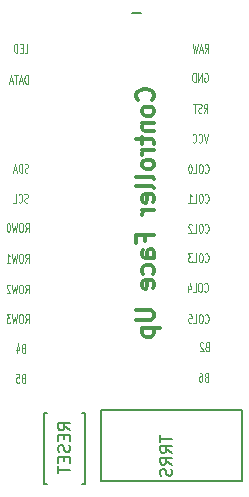
<source format=gbo>
G04 #@! TF.GenerationSoftware,KiCad,Pcbnew,9.0.1*
G04 #@! TF.CreationDate,2025-05-14T21:28:53+02:00*
G04 #@! TF.ProjectId,ferris-sweep-compact,66657272-6973-42d7-9377-6565702d636f,0.1*
G04 #@! TF.SameCoordinates,Original*
G04 #@! TF.FileFunction,Legend,Bot*
G04 #@! TF.FilePolarity,Positive*
%FSLAX46Y46*%
G04 Gerber Fmt 4.6, Leading zero omitted, Abs format (unit mm)*
G04 Created by KiCad (PCBNEW 9.0.1) date 2025-05-14 21:28:53*
%MOMM*%
%LPD*%
G01*
G04 APERTURE LIST*
%ADD10C,0.300000*%
%ADD11C,0.125000*%
%ADD12C,0.150000*%
G04 APERTURE END LIST*
D10*
X134393471Y-48086572D02*
X134464900Y-48015144D01*
X134464900Y-48015144D02*
X134536328Y-47800858D01*
X134536328Y-47800858D02*
X134536328Y-47658001D01*
X134536328Y-47658001D02*
X134464900Y-47443715D01*
X134464900Y-47443715D02*
X134322042Y-47300858D01*
X134322042Y-47300858D02*
X134179185Y-47229429D01*
X134179185Y-47229429D02*
X133893471Y-47158001D01*
X133893471Y-47158001D02*
X133679185Y-47158001D01*
X133679185Y-47158001D02*
X133393471Y-47229429D01*
X133393471Y-47229429D02*
X133250614Y-47300858D01*
X133250614Y-47300858D02*
X133107757Y-47443715D01*
X133107757Y-47443715D02*
X133036328Y-47658001D01*
X133036328Y-47658001D02*
X133036328Y-47800858D01*
X133036328Y-47800858D02*
X133107757Y-48015144D01*
X133107757Y-48015144D02*
X133179185Y-48086572D01*
X134536328Y-48943715D02*
X134464900Y-48800858D01*
X134464900Y-48800858D02*
X134393471Y-48729429D01*
X134393471Y-48729429D02*
X134250614Y-48658001D01*
X134250614Y-48658001D02*
X133822042Y-48658001D01*
X133822042Y-48658001D02*
X133679185Y-48729429D01*
X133679185Y-48729429D02*
X133607757Y-48800858D01*
X133607757Y-48800858D02*
X133536328Y-48943715D01*
X133536328Y-48943715D02*
X133536328Y-49158001D01*
X133536328Y-49158001D02*
X133607757Y-49300858D01*
X133607757Y-49300858D02*
X133679185Y-49372287D01*
X133679185Y-49372287D02*
X133822042Y-49443715D01*
X133822042Y-49443715D02*
X134250614Y-49443715D01*
X134250614Y-49443715D02*
X134393471Y-49372287D01*
X134393471Y-49372287D02*
X134464900Y-49300858D01*
X134464900Y-49300858D02*
X134536328Y-49158001D01*
X134536328Y-49158001D02*
X134536328Y-48943715D01*
X133536328Y-50086572D02*
X134536328Y-50086572D01*
X133679185Y-50086572D02*
X133607757Y-50158001D01*
X133607757Y-50158001D02*
X133536328Y-50300858D01*
X133536328Y-50300858D02*
X133536328Y-50515144D01*
X133536328Y-50515144D02*
X133607757Y-50658001D01*
X133607757Y-50658001D02*
X133750614Y-50729430D01*
X133750614Y-50729430D02*
X134536328Y-50729430D01*
X133536328Y-51229430D02*
X133536328Y-51800858D01*
X133036328Y-51443715D02*
X134322042Y-51443715D01*
X134322042Y-51443715D02*
X134464900Y-51515144D01*
X134464900Y-51515144D02*
X134536328Y-51658001D01*
X134536328Y-51658001D02*
X134536328Y-51800858D01*
X134536328Y-52300858D02*
X133536328Y-52300858D01*
X133822042Y-52300858D02*
X133679185Y-52372287D01*
X133679185Y-52372287D02*
X133607757Y-52443716D01*
X133607757Y-52443716D02*
X133536328Y-52586573D01*
X133536328Y-52586573D02*
X133536328Y-52729430D01*
X134536328Y-53443715D02*
X134464900Y-53300858D01*
X134464900Y-53300858D02*
X134393471Y-53229429D01*
X134393471Y-53229429D02*
X134250614Y-53158001D01*
X134250614Y-53158001D02*
X133822042Y-53158001D01*
X133822042Y-53158001D02*
X133679185Y-53229429D01*
X133679185Y-53229429D02*
X133607757Y-53300858D01*
X133607757Y-53300858D02*
X133536328Y-53443715D01*
X133536328Y-53443715D02*
X133536328Y-53658001D01*
X133536328Y-53658001D02*
X133607757Y-53800858D01*
X133607757Y-53800858D02*
X133679185Y-53872287D01*
X133679185Y-53872287D02*
X133822042Y-53943715D01*
X133822042Y-53943715D02*
X134250614Y-53943715D01*
X134250614Y-53943715D02*
X134393471Y-53872287D01*
X134393471Y-53872287D02*
X134464900Y-53800858D01*
X134464900Y-53800858D02*
X134536328Y-53658001D01*
X134536328Y-53658001D02*
X134536328Y-53443715D01*
X134536328Y-54800858D02*
X134464900Y-54658001D01*
X134464900Y-54658001D02*
X134322042Y-54586572D01*
X134322042Y-54586572D02*
X133036328Y-54586572D01*
X134536328Y-55586572D02*
X134464900Y-55443715D01*
X134464900Y-55443715D02*
X134322042Y-55372286D01*
X134322042Y-55372286D02*
X133036328Y-55372286D01*
X134464900Y-56729429D02*
X134536328Y-56586572D01*
X134536328Y-56586572D02*
X134536328Y-56300858D01*
X134536328Y-56300858D02*
X134464900Y-56158000D01*
X134464900Y-56158000D02*
X134322042Y-56086572D01*
X134322042Y-56086572D02*
X133750614Y-56086572D01*
X133750614Y-56086572D02*
X133607757Y-56158000D01*
X133607757Y-56158000D02*
X133536328Y-56300858D01*
X133536328Y-56300858D02*
X133536328Y-56586572D01*
X133536328Y-56586572D02*
X133607757Y-56729429D01*
X133607757Y-56729429D02*
X133750614Y-56800858D01*
X133750614Y-56800858D02*
X133893471Y-56800858D01*
X133893471Y-56800858D02*
X134036328Y-56086572D01*
X134536328Y-57443714D02*
X133536328Y-57443714D01*
X133822042Y-57443714D02*
X133679185Y-57515143D01*
X133679185Y-57515143D02*
X133607757Y-57586572D01*
X133607757Y-57586572D02*
X133536328Y-57729429D01*
X133536328Y-57729429D02*
X133536328Y-57872286D01*
X133750614Y-60015142D02*
X133750614Y-59515142D01*
X134536328Y-59515142D02*
X133036328Y-59515142D01*
X133036328Y-59515142D02*
X133036328Y-60229428D01*
X134536328Y-61443714D02*
X133750614Y-61443714D01*
X133750614Y-61443714D02*
X133607757Y-61372285D01*
X133607757Y-61372285D02*
X133536328Y-61229428D01*
X133536328Y-61229428D02*
X133536328Y-60943714D01*
X133536328Y-60943714D02*
X133607757Y-60800856D01*
X134464900Y-61443714D02*
X134536328Y-61300856D01*
X134536328Y-61300856D02*
X134536328Y-60943714D01*
X134536328Y-60943714D02*
X134464900Y-60800856D01*
X134464900Y-60800856D02*
X134322042Y-60729428D01*
X134322042Y-60729428D02*
X134179185Y-60729428D01*
X134179185Y-60729428D02*
X134036328Y-60800856D01*
X134036328Y-60800856D02*
X133964900Y-60943714D01*
X133964900Y-60943714D02*
X133964900Y-61300856D01*
X133964900Y-61300856D02*
X133893471Y-61443714D01*
X134464900Y-62800857D02*
X134536328Y-62657999D01*
X134536328Y-62657999D02*
X134536328Y-62372285D01*
X134536328Y-62372285D02*
X134464900Y-62229428D01*
X134464900Y-62229428D02*
X134393471Y-62157999D01*
X134393471Y-62157999D02*
X134250614Y-62086571D01*
X134250614Y-62086571D02*
X133822042Y-62086571D01*
X133822042Y-62086571D02*
X133679185Y-62157999D01*
X133679185Y-62157999D02*
X133607757Y-62229428D01*
X133607757Y-62229428D02*
X133536328Y-62372285D01*
X133536328Y-62372285D02*
X133536328Y-62657999D01*
X133536328Y-62657999D02*
X133607757Y-62800857D01*
X134464900Y-64015142D02*
X134536328Y-63872285D01*
X134536328Y-63872285D02*
X134536328Y-63586571D01*
X134536328Y-63586571D02*
X134464900Y-63443713D01*
X134464900Y-63443713D02*
X134322042Y-63372285D01*
X134322042Y-63372285D02*
X133750614Y-63372285D01*
X133750614Y-63372285D02*
X133607757Y-63443713D01*
X133607757Y-63443713D02*
X133536328Y-63586571D01*
X133536328Y-63586571D02*
X133536328Y-63872285D01*
X133536328Y-63872285D02*
X133607757Y-64015142D01*
X133607757Y-64015142D02*
X133750614Y-64086571D01*
X133750614Y-64086571D02*
X133893471Y-64086571D01*
X133893471Y-64086571D02*
X134036328Y-63372285D01*
X133036328Y-65872284D02*
X134250614Y-65872284D01*
X134250614Y-65872284D02*
X134393471Y-65943713D01*
X134393471Y-65943713D02*
X134464900Y-66015142D01*
X134464900Y-66015142D02*
X134536328Y-66157999D01*
X134536328Y-66157999D02*
X134536328Y-66443713D01*
X134536328Y-66443713D02*
X134464900Y-66586570D01*
X134464900Y-66586570D02*
X134393471Y-66657999D01*
X134393471Y-66657999D02*
X134250614Y-66729427D01*
X134250614Y-66729427D02*
X133036328Y-66729427D01*
X133536328Y-67443713D02*
X135036328Y-67443713D01*
X133607757Y-67443713D02*
X133536328Y-67586571D01*
X133536328Y-67586571D02*
X133536328Y-67872285D01*
X133536328Y-67872285D02*
X133607757Y-68015142D01*
X133607757Y-68015142D02*
X133679185Y-68086571D01*
X133679185Y-68086571D02*
X133822042Y-68157999D01*
X133822042Y-68157999D02*
X134250614Y-68157999D01*
X134250614Y-68157999D02*
X134393471Y-68086571D01*
X134393471Y-68086571D02*
X134464900Y-68015142D01*
X134464900Y-68015142D02*
X134536328Y-67872285D01*
X134536328Y-67872285D02*
X134536328Y-67586571D01*
X134536328Y-67586571D02*
X134464900Y-67443713D01*
D11*
X139094165Y-50965964D02*
X138927499Y-51715964D01*
X138927499Y-51715964D02*
X138760832Y-50965964D01*
X138308452Y-51644535D02*
X138332261Y-51680250D01*
X138332261Y-51680250D02*
X138403690Y-51715964D01*
X138403690Y-51715964D02*
X138451309Y-51715964D01*
X138451309Y-51715964D02*
X138522737Y-51680250D01*
X138522737Y-51680250D02*
X138570356Y-51608821D01*
X138570356Y-51608821D02*
X138594166Y-51537392D01*
X138594166Y-51537392D02*
X138617975Y-51394535D01*
X138617975Y-51394535D02*
X138617975Y-51287392D01*
X138617975Y-51287392D02*
X138594166Y-51144535D01*
X138594166Y-51144535D02*
X138570356Y-51073107D01*
X138570356Y-51073107D02*
X138522737Y-51001678D01*
X138522737Y-51001678D02*
X138451309Y-50965964D01*
X138451309Y-50965964D02*
X138403690Y-50965964D01*
X138403690Y-50965964D02*
X138332261Y-51001678D01*
X138332261Y-51001678D02*
X138308452Y-51037392D01*
X137808452Y-51644535D02*
X137832261Y-51680250D01*
X137832261Y-51680250D02*
X137903690Y-51715964D01*
X137903690Y-51715964D02*
X137951309Y-51715964D01*
X137951309Y-51715964D02*
X138022737Y-51680250D01*
X138022737Y-51680250D02*
X138070356Y-51608821D01*
X138070356Y-51608821D02*
X138094166Y-51537392D01*
X138094166Y-51537392D02*
X138117975Y-51394535D01*
X138117975Y-51394535D02*
X138117975Y-51287392D01*
X138117975Y-51287392D02*
X138094166Y-51144535D01*
X138094166Y-51144535D02*
X138070356Y-51073107D01*
X138070356Y-51073107D02*
X138022737Y-51001678D01*
X138022737Y-51001678D02*
X137951309Y-50965964D01*
X137951309Y-50965964D02*
X137903690Y-50965964D01*
X137903690Y-50965964D02*
X137832261Y-51001678D01*
X137832261Y-51001678D02*
X137808452Y-51037392D01*
X138764809Y-49175964D02*
X138931475Y-48818821D01*
X139050523Y-49175964D02*
X139050523Y-48425964D01*
X139050523Y-48425964D02*
X138860047Y-48425964D01*
X138860047Y-48425964D02*
X138812428Y-48461678D01*
X138812428Y-48461678D02*
X138788618Y-48497392D01*
X138788618Y-48497392D02*
X138764809Y-48568821D01*
X138764809Y-48568821D02*
X138764809Y-48675964D01*
X138764809Y-48675964D02*
X138788618Y-48747392D01*
X138788618Y-48747392D02*
X138812428Y-48783107D01*
X138812428Y-48783107D02*
X138860047Y-48818821D01*
X138860047Y-48818821D02*
X139050523Y-48818821D01*
X138574332Y-49140250D02*
X138502904Y-49175964D01*
X138502904Y-49175964D02*
X138383856Y-49175964D01*
X138383856Y-49175964D02*
X138336237Y-49140250D01*
X138336237Y-49140250D02*
X138312428Y-49104535D01*
X138312428Y-49104535D02*
X138288618Y-49033107D01*
X138288618Y-49033107D02*
X138288618Y-48961678D01*
X138288618Y-48961678D02*
X138312428Y-48890250D01*
X138312428Y-48890250D02*
X138336237Y-48854535D01*
X138336237Y-48854535D02*
X138383856Y-48818821D01*
X138383856Y-48818821D02*
X138479094Y-48783107D01*
X138479094Y-48783107D02*
X138526713Y-48747392D01*
X138526713Y-48747392D02*
X138550523Y-48711678D01*
X138550523Y-48711678D02*
X138574332Y-48640250D01*
X138574332Y-48640250D02*
X138574332Y-48568821D01*
X138574332Y-48568821D02*
X138550523Y-48497392D01*
X138550523Y-48497392D02*
X138526713Y-48461678D01*
X138526713Y-48461678D02*
X138479094Y-48425964D01*
X138479094Y-48425964D02*
X138360047Y-48425964D01*
X138360047Y-48425964D02*
X138288618Y-48461678D01*
X138145761Y-48425964D02*
X137860047Y-48425964D01*
X138002904Y-49175964D02*
X138002904Y-48425964D01*
X138808452Y-45858178D02*
X138856071Y-45822464D01*
X138856071Y-45822464D02*
X138927500Y-45822464D01*
X138927500Y-45822464D02*
X138998928Y-45858178D01*
X138998928Y-45858178D02*
X139046547Y-45929607D01*
X139046547Y-45929607D02*
X139070357Y-46001035D01*
X139070357Y-46001035D02*
X139094166Y-46143892D01*
X139094166Y-46143892D02*
X139094166Y-46251035D01*
X139094166Y-46251035D02*
X139070357Y-46393892D01*
X139070357Y-46393892D02*
X139046547Y-46465321D01*
X139046547Y-46465321D02*
X138998928Y-46536750D01*
X138998928Y-46536750D02*
X138927500Y-46572464D01*
X138927500Y-46572464D02*
X138879881Y-46572464D01*
X138879881Y-46572464D02*
X138808452Y-46536750D01*
X138808452Y-46536750D02*
X138784643Y-46501035D01*
X138784643Y-46501035D02*
X138784643Y-46251035D01*
X138784643Y-46251035D02*
X138879881Y-46251035D01*
X138570357Y-46572464D02*
X138570357Y-45822464D01*
X138570357Y-45822464D02*
X138284643Y-46572464D01*
X138284643Y-46572464D02*
X138284643Y-45822464D01*
X138046547Y-46572464D02*
X138046547Y-45822464D01*
X138046547Y-45822464D02*
X137927499Y-45822464D01*
X137927499Y-45822464D02*
X137856071Y-45858178D01*
X137856071Y-45858178D02*
X137808452Y-45929607D01*
X137808452Y-45929607D02*
X137784642Y-46001035D01*
X137784642Y-46001035D02*
X137760833Y-46143892D01*
X137760833Y-46143892D02*
X137760833Y-46251035D01*
X137760833Y-46251035D02*
X137784642Y-46393892D01*
X137784642Y-46393892D02*
X137808452Y-46465321D01*
X137808452Y-46465321D02*
X137856071Y-46536750D01*
X137856071Y-46536750D02*
X137927499Y-46572464D01*
X137927499Y-46572464D02*
X138046547Y-46572464D01*
X138836238Y-44095964D02*
X139002904Y-43738821D01*
X139121952Y-44095964D02*
X139121952Y-43345964D01*
X139121952Y-43345964D02*
X138931476Y-43345964D01*
X138931476Y-43345964D02*
X138883857Y-43381678D01*
X138883857Y-43381678D02*
X138860047Y-43417392D01*
X138860047Y-43417392D02*
X138836238Y-43488821D01*
X138836238Y-43488821D02*
X138836238Y-43595964D01*
X138836238Y-43595964D02*
X138860047Y-43667392D01*
X138860047Y-43667392D02*
X138883857Y-43703107D01*
X138883857Y-43703107D02*
X138931476Y-43738821D01*
X138931476Y-43738821D02*
X139121952Y-43738821D01*
X138645761Y-43881678D02*
X138407666Y-43881678D01*
X138693380Y-44095964D02*
X138526714Y-43345964D01*
X138526714Y-43345964D02*
X138360047Y-44095964D01*
X138241000Y-43345964D02*
X138121952Y-44095964D01*
X138121952Y-44095964D02*
X138026714Y-43560250D01*
X138026714Y-43560250D02*
X137931476Y-44095964D01*
X137931476Y-44095964D02*
X137812429Y-43345964D01*
D12*
X133432785Y-40717866D02*
X132670880Y-40717866D01*
D11*
X123572428Y-44095964D02*
X123810523Y-44095964D01*
X123810523Y-44095964D02*
X123810523Y-43345964D01*
X123405761Y-43703107D02*
X123239094Y-43703107D01*
X123167666Y-44095964D02*
X123405761Y-44095964D01*
X123405761Y-44095964D02*
X123405761Y-43345964D01*
X123405761Y-43345964D02*
X123167666Y-43345964D01*
X122953380Y-44095964D02*
X122953380Y-43345964D01*
X122953380Y-43345964D02*
X122834332Y-43345964D01*
X122834332Y-43345964D02*
X122762904Y-43381678D01*
X122762904Y-43381678D02*
X122715285Y-43453107D01*
X122715285Y-43453107D02*
X122691475Y-43524535D01*
X122691475Y-43524535D02*
X122667666Y-43667392D01*
X122667666Y-43667392D02*
X122667666Y-43774535D01*
X122667666Y-43774535D02*
X122691475Y-43917392D01*
X122691475Y-43917392D02*
X122715285Y-43988821D01*
X122715285Y-43988821D02*
X122762904Y-44060250D01*
X122762904Y-44060250D02*
X122834332Y-44095964D01*
X122834332Y-44095964D02*
X122953380Y-44095964D01*
X123849999Y-46740464D02*
X123849999Y-45990464D01*
X123849999Y-45990464D02*
X123730951Y-45990464D01*
X123730951Y-45990464D02*
X123659523Y-46026178D01*
X123659523Y-46026178D02*
X123611904Y-46097607D01*
X123611904Y-46097607D02*
X123588094Y-46169035D01*
X123588094Y-46169035D02*
X123564285Y-46311892D01*
X123564285Y-46311892D02*
X123564285Y-46419035D01*
X123564285Y-46419035D02*
X123588094Y-46561892D01*
X123588094Y-46561892D02*
X123611904Y-46633321D01*
X123611904Y-46633321D02*
X123659523Y-46704750D01*
X123659523Y-46704750D02*
X123730951Y-46740464D01*
X123730951Y-46740464D02*
X123849999Y-46740464D01*
X123373808Y-46526178D02*
X123135713Y-46526178D01*
X123421427Y-46740464D02*
X123254761Y-45990464D01*
X123254761Y-45990464D02*
X123088094Y-46740464D01*
X122992856Y-45990464D02*
X122707142Y-45990464D01*
X122849999Y-46740464D02*
X122849999Y-45990464D01*
X122564285Y-46526178D02*
X122326190Y-46526178D01*
X122611904Y-46740464D02*
X122445238Y-45990464D01*
X122445238Y-45990464D02*
X122278571Y-46740464D01*
X138847619Y-61769035D02*
X138871428Y-61804750D01*
X138871428Y-61804750D02*
X138942857Y-61840464D01*
X138942857Y-61840464D02*
X138990476Y-61840464D01*
X138990476Y-61840464D02*
X139061904Y-61804750D01*
X139061904Y-61804750D02*
X139109523Y-61733321D01*
X139109523Y-61733321D02*
X139133333Y-61661892D01*
X139133333Y-61661892D02*
X139157142Y-61519035D01*
X139157142Y-61519035D02*
X139157142Y-61411892D01*
X139157142Y-61411892D02*
X139133333Y-61269035D01*
X139133333Y-61269035D02*
X139109523Y-61197607D01*
X139109523Y-61197607D02*
X139061904Y-61126178D01*
X139061904Y-61126178D02*
X138990476Y-61090464D01*
X138990476Y-61090464D02*
X138942857Y-61090464D01*
X138942857Y-61090464D02*
X138871428Y-61126178D01*
X138871428Y-61126178D02*
X138847619Y-61161892D01*
X138538095Y-61090464D02*
X138442857Y-61090464D01*
X138442857Y-61090464D02*
X138395238Y-61126178D01*
X138395238Y-61126178D02*
X138347619Y-61197607D01*
X138347619Y-61197607D02*
X138323809Y-61340464D01*
X138323809Y-61340464D02*
X138323809Y-61590464D01*
X138323809Y-61590464D02*
X138347619Y-61733321D01*
X138347619Y-61733321D02*
X138395238Y-61804750D01*
X138395238Y-61804750D02*
X138442857Y-61840464D01*
X138442857Y-61840464D02*
X138538095Y-61840464D01*
X138538095Y-61840464D02*
X138585714Y-61804750D01*
X138585714Y-61804750D02*
X138633333Y-61733321D01*
X138633333Y-61733321D02*
X138657142Y-61590464D01*
X138657142Y-61590464D02*
X138657142Y-61340464D01*
X138657142Y-61340464D02*
X138633333Y-61197607D01*
X138633333Y-61197607D02*
X138585714Y-61126178D01*
X138585714Y-61126178D02*
X138538095Y-61090464D01*
X137871428Y-61840464D02*
X138109523Y-61840464D01*
X138109523Y-61840464D02*
X138109523Y-61090464D01*
X137752380Y-61090464D02*
X137442856Y-61090464D01*
X137442856Y-61090464D02*
X137609523Y-61376178D01*
X137609523Y-61376178D02*
X137538094Y-61376178D01*
X137538094Y-61376178D02*
X137490475Y-61411892D01*
X137490475Y-61411892D02*
X137466666Y-61447607D01*
X137466666Y-61447607D02*
X137442856Y-61519035D01*
X137442856Y-61519035D02*
X137442856Y-61697607D01*
X137442856Y-61697607D02*
X137466666Y-61769035D01*
X137466666Y-61769035D02*
X137490475Y-61804750D01*
X137490475Y-61804750D02*
X137538094Y-61840464D01*
X137538094Y-61840464D02*
X137680951Y-61840464D01*
X137680951Y-61840464D02*
X137728570Y-61804750D01*
X137728570Y-61804750D02*
X137752380Y-61769035D01*
X123630952Y-59272464D02*
X123797618Y-58915321D01*
X123916666Y-59272464D02*
X123916666Y-58522464D01*
X123916666Y-58522464D02*
X123726190Y-58522464D01*
X123726190Y-58522464D02*
X123678571Y-58558178D01*
X123678571Y-58558178D02*
X123654761Y-58593892D01*
X123654761Y-58593892D02*
X123630952Y-58665321D01*
X123630952Y-58665321D02*
X123630952Y-58772464D01*
X123630952Y-58772464D02*
X123654761Y-58843892D01*
X123654761Y-58843892D02*
X123678571Y-58879607D01*
X123678571Y-58879607D02*
X123726190Y-58915321D01*
X123726190Y-58915321D02*
X123916666Y-58915321D01*
X123321428Y-58522464D02*
X123226190Y-58522464D01*
X123226190Y-58522464D02*
X123178571Y-58558178D01*
X123178571Y-58558178D02*
X123130952Y-58629607D01*
X123130952Y-58629607D02*
X123107142Y-58772464D01*
X123107142Y-58772464D02*
X123107142Y-59022464D01*
X123107142Y-59022464D02*
X123130952Y-59165321D01*
X123130952Y-59165321D02*
X123178571Y-59236750D01*
X123178571Y-59236750D02*
X123226190Y-59272464D01*
X123226190Y-59272464D02*
X123321428Y-59272464D01*
X123321428Y-59272464D02*
X123369047Y-59236750D01*
X123369047Y-59236750D02*
X123416666Y-59165321D01*
X123416666Y-59165321D02*
X123440475Y-59022464D01*
X123440475Y-59022464D02*
X123440475Y-58772464D01*
X123440475Y-58772464D02*
X123416666Y-58629607D01*
X123416666Y-58629607D02*
X123369047Y-58558178D01*
X123369047Y-58558178D02*
X123321428Y-58522464D01*
X122940475Y-58522464D02*
X122821427Y-59272464D01*
X122821427Y-59272464D02*
X122726189Y-58736750D01*
X122726189Y-58736750D02*
X122630951Y-59272464D01*
X122630951Y-59272464D02*
X122511904Y-58522464D01*
X122226189Y-58522464D02*
X122178570Y-58522464D01*
X122178570Y-58522464D02*
X122130951Y-58558178D01*
X122130951Y-58558178D02*
X122107141Y-58593892D01*
X122107141Y-58593892D02*
X122083332Y-58665321D01*
X122083332Y-58665321D02*
X122059522Y-58808178D01*
X122059522Y-58808178D02*
X122059522Y-58986750D01*
X122059522Y-58986750D02*
X122083332Y-59129607D01*
X122083332Y-59129607D02*
X122107141Y-59201035D01*
X122107141Y-59201035D02*
X122130951Y-59236750D01*
X122130951Y-59236750D02*
X122178570Y-59272464D01*
X122178570Y-59272464D02*
X122226189Y-59272464D01*
X122226189Y-59272464D02*
X122273808Y-59236750D01*
X122273808Y-59236750D02*
X122297617Y-59201035D01*
X122297617Y-59201035D02*
X122321427Y-59129607D01*
X122321427Y-59129607D02*
X122345236Y-58986750D01*
X122345236Y-58986750D02*
X122345236Y-58808178D01*
X122345236Y-58808178D02*
X122321427Y-58665321D01*
X122321427Y-58665321D02*
X122297617Y-58593892D01*
X122297617Y-58593892D02*
X122273808Y-58558178D01*
X122273808Y-58558178D02*
X122226189Y-58522464D01*
X138847619Y-59269035D02*
X138871428Y-59304750D01*
X138871428Y-59304750D02*
X138942857Y-59340464D01*
X138942857Y-59340464D02*
X138990476Y-59340464D01*
X138990476Y-59340464D02*
X139061904Y-59304750D01*
X139061904Y-59304750D02*
X139109523Y-59233321D01*
X139109523Y-59233321D02*
X139133333Y-59161892D01*
X139133333Y-59161892D02*
X139157142Y-59019035D01*
X139157142Y-59019035D02*
X139157142Y-58911892D01*
X139157142Y-58911892D02*
X139133333Y-58769035D01*
X139133333Y-58769035D02*
X139109523Y-58697607D01*
X139109523Y-58697607D02*
X139061904Y-58626178D01*
X139061904Y-58626178D02*
X138990476Y-58590464D01*
X138990476Y-58590464D02*
X138942857Y-58590464D01*
X138942857Y-58590464D02*
X138871428Y-58626178D01*
X138871428Y-58626178D02*
X138847619Y-58661892D01*
X138538095Y-58590464D02*
X138442857Y-58590464D01*
X138442857Y-58590464D02*
X138395238Y-58626178D01*
X138395238Y-58626178D02*
X138347619Y-58697607D01*
X138347619Y-58697607D02*
X138323809Y-58840464D01*
X138323809Y-58840464D02*
X138323809Y-59090464D01*
X138323809Y-59090464D02*
X138347619Y-59233321D01*
X138347619Y-59233321D02*
X138395238Y-59304750D01*
X138395238Y-59304750D02*
X138442857Y-59340464D01*
X138442857Y-59340464D02*
X138538095Y-59340464D01*
X138538095Y-59340464D02*
X138585714Y-59304750D01*
X138585714Y-59304750D02*
X138633333Y-59233321D01*
X138633333Y-59233321D02*
X138657142Y-59090464D01*
X138657142Y-59090464D02*
X138657142Y-58840464D01*
X138657142Y-58840464D02*
X138633333Y-58697607D01*
X138633333Y-58697607D02*
X138585714Y-58626178D01*
X138585714Y-58626178D02*
X138538095Y-58590464D01*
X137871428Y-59340464D02*
X138109523Y-59340464D01*
X138109523Y-59340464D02*
X138109523Y-58590464D01*
X137728570Y-58661892D02*
X137704761Y-58626178D01*
X137704761Y-58626178D02*
X137657142Y-58590464D01*
X137657142Y-58590464D02*
X137538094Y-58590464D01*
X137538094Y-58590464D02*
X137490475Y-58626178D01*
X137490475Y-58626178D02*
X137466666Y-58661892D01*
X137466666Y-58661892D02*
X137442856Y-58733321D01*
X137442856Y-58733321D02*
X137442856Y-58804750D01*
X137442856Y-58804750D02*
X137466666Y-58911892D01*
X137466666Y-58911892D02*
X137752380Y-59340464D01*
X137752380Y-59340464D02*
X137442856Y-59340464D01*
X123846237Y-56760250D02*
X123774809Y-56795964D01*
X123774809Y-56795964D02*
X123655761Y-56795964D01*
X123655761Y-56795964D02*
X123608142Y-56760250D01*
X123608142Y-56760250D02*
X123584333Y-56724535D01*
X123584333Y-56724535D02*
X123560523Y-56653107D01*
X123560523Y-56653107D02*
X123560523Y-56581678D01*
X123560523Y-56581678D02*
X123584333Y-56510250D01*
X123584333Y-56510250D02*
X123608142Y-56474535D01*
X123608142Y-56474535D02*
X123655761Y-56438821D01*
X123655761Y-56438821D02*
X123750999Y-56403107D01*
X123750999Y-56403107D02*
X123798618Y-56367392D01*
X123798618Y-56367392D02*
X123822428Y-56331678D01*
X123822428Y-56331678D02*
X123846237Y-56260250D01*
X123846237Y-56260250D02*
X123846237Y-56188821D01*
X123846237Y-56188821D02*
X123822428Y-56117392D01*
X123822428Y-56117392D02*
X123798618Y-56081678D01*
X123798618Y-56081678D02*
X123750999Y-56045964D01*
X123750999Y-56045964D02*
X123631952Y-56045964D01*
X123631952Y-56045964D02*
X123560523Y-56081678D01*
X123060524Y-56724535D02*
X123084333Y-56760250D01*
X123084333Y-56760250D02*
X123155762Y-56795964D01*
X123155762Y-56795964D02*
X123203381Y-56795964D01*
X123203381Y-56795964D02*
X123274809Y-56760250D01*
X123274809Y-56760250D02*
X123322428Y-56688821D01*
X123322428Y-56688821D02*
X123346238Y-56617392D01*
X123346238Y-56617392D02*
X123370047Y-56474535D01*
X123370047Y-56474535D02*
X123370047Y-56367392D01*
X123370047Y-56367392D02*
X123346238Y-56224535D01*
X123346238Y-56224535D02*
X123322428Y-56153107D01*
X123322428Y-56153107D02*
X123274809Y-56081678D01*
X123274809Y-56081678D02*
X123203381Y-56045964D01*
X123203381Y-56045964D02*
X123155762Y-56045964D01*
X123155762Y-56045964D02*
X123084333Y-56081678D01*
X123084333Y-56081678D02*
X123060524Y-56117392D01*
X122608143Y-56795964D02*
X122846238Y-56795964D01*
X122846238Y-56795964D02*
X122846238Y-56045964D01*
X138847619Y-56724535D02*
X138871428Y-56760250D01*
X138871428Y-56760250D02*
X138942857Y-56795964D01*
X138942857Y-56795964D02*
X138990476Y-56795964D01*
X138990476Y-56795964D02*
X139061904Y-56760250D01*
X139061904Y-56760250D02*
X139109523Y-56688821D01*
X139109523Y-56688821D02*
X139133333Y-56617392D01*
X139133333Y-56617392D02*
X139157142Y-56474535D01*
X139157142Y-56474535D02*
X139157142Y-56367392D01*
X139157142Y-56367392D02*
X139133333Y-56224535D01*
X139133333Y-56224535D02*
X139109523Y-56153107D01*
X139109523Y-56153107D02*
X139061904Y-56081678D01*
X139061904Y-56081678D02*
X138990476Y-56045964D01*
X138990476Y-56045964D02*
X138942857Y-56045964D01*
X138942857Y-56045964D02*
X138871428Y-56081678D01*
X138871428Y-56081678D02*
X138847619Y-56117392D01*
X138538095Y-56045964D02*
X138442857Y-56045964D01*
X138442857Y-56045964D02*
X138395238Y-56081678D01*
X138395238Y-56081678D02*
X138347619Y-56153107D01*
X138347619Y-56153107D02*
X138323809Y-56295964D01*
X138323809Y-56295964D02*
X138323809Y-56545964D01*
X138323809Y-56545964D02*
X138347619Y-56688821D01*
X138347619Y-56688821D02*
X138395238Y-56760250D01*
X138395238Y-56760250D02*
X138442857Y-56795964D01*
X138442857Y-56795964D02*
X138538095Y-56795964D01*
X138538095Y-56795964D02*
X138585714Y-56760250D01*
X138585714Y-56760250D02*
X138633333Y-56688821D01*
X138633333Y-56688821D02*
X138657142Y-56545964D01*
X138657142Y-56545964D02*
X138657142Y-56295964D01*
X138657142Y-56295964D02*
X138633333Y-56153107D01*
X138633333Y-56153107D02*
X138585714Y-56081678D01*
X138585714Y-56081678D02*
X138538095Y-56045964D01*
X137871428Y-56795964D02*
X138109523Y-56795964D01*
X138109523Y-56795964D02*
X138109523Y-56045964D01*
X137442856Y-56795964D02*
X137728570Y-56795964D01*
X137585713Y-56795964D02*
X137585713Y-56045964D01*
X137585713Y-56045964D02*
X137633332Y-56153107D01*
X137633332Y-56153107D02*
X137680951Y-56224535D01*
X137680951Y-56224535D02*
X137728570Y-56260250D01*
X123858141Y-54220250D02*
X123786713Y-54255964D01*
X123786713Y-54255964D02*
X123667665Y-54255964D01*
X123667665Y-54255964D02*
X123620046Y-54220250D01*
X123620046Y-54220250D02*
X123596237Y-54184535D01*
X123596237Y-54184535D02*
X123572427Y-54113107D01*
X123572427Y-54113107D02*
X123572427Y-54041678D01*
X123572427Y-54041678D02*
X123596237Y-53970250D01*
X123596237Y-53970250D02*
X123620046Y-53934535D01*
X123620046Y-53934535D02*
X123667665Y-53898821D01*
X123667665Y-53898821D02*
X123762903Y-53863107D01*
X123762903Y-53863107D02*
X123810522Y-53827392D01*
X123810522Y-53827392D02*
X123834332Y-53791678D01*
X123834332Y-53791678D02*
X123858141Y-53720250D01*
X123858141Y-53720250D02*
X123858141Y-53648821D01*
X123858141Y-53648821D02*
X123834332Y-53577392D01*
X123834332Y-53577392D02*
X123810522Y-53541678D01*
X123810522Y-53541678D02*
X123762903Y-53505964D01*
X123762903Y-53505964D02*
X123643856Y-53505964D01*
X123643856Y-53505964D02*
X123572427Y-53541678D01*
X123358142Y-54255964D02*
X123358142Y-53505964D01*
X123358142Y-53505964D02*
X123239094Y-53505964D01*
X123239094Y-53505964D02*
X123167666Y-53541678D01*
X123167666Y-53541678D02*
X123120047Y-53613107D01*
X123120047Y-53613107D02*
X123096237Y-53684535D01*
X123096237Y-53684535D02*
X123072428Y-53827392D01*
X123072428Y-53827392D02*
X123072428Y-53934535D01*
X123072428Y-53934535D02*
X123096237Y-54077392D01*
X123096237Y-54077392D02*
X123120047Y-54148821D01*
X123120047Y-54148821D02*
X123167666Y-54220250D01*
X123167666Y-54220250D02*
X123239094Y-54255964D01*
X123239094Y-54255964D02*
X123358142Y-54255964D01*
X122881951Y-54041678D02*
X122643856Y-54041678D01*
X122929570Y-54255964D02*
X122762904Y-53505964D01*
X122762904Y-53505964D02*
X122596237Y-54255964D01*
X138847619Y-54219035D02*
X138871428Y-54254750D01*
X138871428Y-54254750D02*
X138942857Y-54290464D01*
X138942857Y-54290464D02*
X138990476Y-54290464D01*
X138990476Y-54290464D02*
X139061904Y-54254750D01*
X139061904Y-54254750D02*
X139109523Y-54183321D01*
X139109523Y-54183321D02*
X139133333Y-54111892D01*
X139133333Y-54111892D02*
X139157142Y-53969035D01*
X139157142Y-53969035D02*
X139157142Y-53861892D01*
X139157142Y-53861892D02*
X139133333Y-53719035D01*
X139133333Y-53719035D02*
X139109523Y-53647607D01*
X139109523Y-53647607D02*
X139061904Y-53576178D01*
X139061904Y-53576178D02*
X138990476Y-53540464D01*
X138990476Y-53540464D02*
X138942857Y-53540464D01*
X138942857Y-53540464D02*
X138871428Y-53576178D01*
X138871428Y-53576178D02*
X138847619Y-53611892D01*
X138538095Y-53540464D02*
X138442857Y-53540464D01*
X138442857Y-53540464D02*
X138395238Y-53576178D01*
X138395238Y-53576178D02*
X138347619Y-53647607D01*
X138347619Y-53647607D02*
X138323809Y-53790464D01*
X138323809Y-53790464D02*
X138323809Y-54040464D01*
X138323809Y-54040464D02*
X138347619Y-54183321D01*
X138347619Y-54183321D02*
X138395238Y-54254750D01*
X138395238Y-54254750D02*
X138442857Y-54290464D01*
X138442857Y-54290464D02*
X138538095Y-54290464D01*
X138538095Y-54290464D02*
X138585714Y-54254750D01*
X138585714Y-54254750D02*
X138633333Y-54183321D01*
X138633333Y-54183321D02*
X138657142Y-54040464D01*
X138657142Y-54040464D02*
X138657142Y-53790464D01*
X138657142Y-53790464D02*
X138633333Y-53647607D01*
X138633333Y-53647607D02*
X138585714Y-53576178D01*
X138585714Y-53576178D02*
X138538095Y-53540464D01*
X137871428Y-54290464D02*
X138109523Y-54290464D01*
X138109523Y-54290464D02*
X138109523Y-53540464D01*
X137609523Y-53540464D02*
X137561904Y-53540464D01*
X137561904Y-53540464D02*
X137514285Y-53576178D01*
X137514285Y-53576178D02*
X137490475Y-53611892D01*
X137490475Y-53611892D02*
X137466666Y-53683321D01*
X137466666Y-53683321D02*
X137442856Y-53826178D01*
X137442856Y-53826178D02*
X137442856Y-54004750D01*
X137442856Y-54004750D02*
X137466666Y-54147607D01*
X137466666Y-54147607D02*
X137490475Y-54219035D01*
X137490475Y-54219035D02*
X137514285Y-54254750D01*
X137514285Y-54254750D02*
X137561904Y-54290464D01*
X137561904Y-54290464D02*
X137609523Y-54290464D01*
X137609523Y-54290464D02*
X137657142Y-54254750D01*
X137657142Y-54254750D02*
X137680951Y-54219035D01*
X137680951Y-54219035D02*
X137704761Y-54147607D01*
X137704761Y-54147607D02*
X137728570Y-54004750D01*
X137728570Y-54004750D02*
X137728570Y-53826178D01*
X137728570Y-53826178D02*
X137704761Y-53683321D01*
X137704761Y-53683321D02*
X137680951Y-53611892D01*
X137680951Y-53611892D02*
X137657142Y-53576178D01*
X137657142Y-53576178D02*
X137609523Y-53540464D01*
X138947380Y-71579607D02*
X138875952Y-71615321D01*
X138875952Y-71615321D02*
X138852142Y-71651035D01*
X138852142Y-71651035D02*
X138828333Y-71722464D01*
X138828333Y-71722464D02*
X138828333Y-71829607D01*
X138828333Y-71829607D02*
X138852142Y-71901035D01*
X138852142Y-71901035D02*
X138875952Y-71936750D01*
X138875952Y-71936750D02*
X138923571Y-71972464D01*
X138923571Y-71972464D02*
X139114047Y-71972464D01*
X139114047Y-71972464D02*
X139114047Y-71222464D01*
X139114047Y-71222464D02*
X138947380Y-71222464D01*
X138947380Y-71222464D02*
X138899761Y-71258178D01*
X138899761Y-71258178D02*
X138875952Y-71293892D01*
X138875952Y-71293892D02*
X138852142Y-71365321D01*
X138852142Y-71365321D02*
X138852142Y-71436750D01*
X138852142Y-71436750D02*
X138875952Y-71508178D01*
X138875952Y-71508178D02*
X138899761Y-71543892D01*
X138899761Y-71543892D02*
X138947380Y-71579607D01*
X138947380Y-71579607D02*
X139114047Y-71579607D01*
X138399761Y-71222464D02*
X138494999Y-71222464D01*
X138494999Y-71222464D02*
X138542618Y-71258178D01*
X138542618Y-71258178D02*
X138566428Y-71293892D01*
X138566428Y-71293892D02*
X138614047Y-71401035D01*
X138614047Y-71401035D02*
X138637856Y-71543892D01*
X138637856Y-71543892D02*
X138637856Y-71829607D01*
X138637856Y-71829607D02*
X138614047Y-71901035D01*
X138614047Y-71901035D02*
X138590237Y-71936750D01*
X138590237Y-71936750D02*
X138542618Y-71972464D01*
X138542618Y-71972464D02*
X138447380Y-71972464D01*
X138447380Y-71972464D02*
X138399761Y-71936750D01*
X138399761Y-71936750D02*
X138375952Y-71901035D01*
X138375952Y-71901035D02*
X138352142Y-71829607D01*
X138352142Y-71829607D02*
X138352142Y-71651035D01*
X138352142Y-71651035D02*
X138375952Y-71579607D01*
X138375952Y-71579607D02*
X138399761Y-71543892D01*
X138399761Y-71543892D02*
X138447380Y-71508178D01*
X138447380Y-71508178D02*
X138542618Y-71508178D01*
X138542618Y-71508178D02*
X138590237Y-71543892D01*
X138590237Y-71543892D02*
X138614047Y-71579607D01*
X138614047Y-71579607D02*
X138637856Y-71651035D01*
X123453380Y-71643107D02*
X123381952Y-71678821D01*
X123381952Y-71678821D02*
X123358142Y-71714535D01*
X123358142Y-71714535D02*
X123334333Y-71785964D01*
X123334333Y-71785964D02*
X123334333Y-71893107D01*
X123334333Y-71893107D02*
X123358142Y-71964535D01*
X123358142Y-71964535D02*
X123381952Y-72000250D01*
X123381952Y-72000250D02*
X123429571Y-72035964D01*
X123429571Y-72035964D02*
X123620047Y-72035964D01*
X123620047Y-72035964D02*
X123620047Y-71285964D01*
X123620047Y-71285964D02*
X123453380Y-71285964D01*
X123453380Y-71285964D02*
X123405761Y-71321678D01*
X123405761Y-71321678D02*
X123381952Y-71357392D01*
X123381952Y-71357392D02*
X123358142Y-71428821D01*
X123358142Y-71428821D02*
X123358142Y-71500250D01*
X123358142Y-71500250D02*
X123381952Y-71571678D01*
X123381952Y-71571678D02*
X123405761Y-71607392D01*
X123405761Y-71607392D02*
X123453380Y-71643107D01*
X123453380Y-71643107D02*
X123620047Y-71643107D01*
X122881952Y-71285964D02*
X123120047Y-71285964D01*
X123120047Y-71285964D02*
X123143856Y-71643107D01*
X123143856Y-71643107D02*
X123120047Y-71607392D01*
X123120047Y-71607392D02*
X123072428Y-71571678D01*
X123072428Y-71571678D02*
X122953380Y-71571678D01*
X122953380Y-71571678D02*
X122905761Y-71607392D01*
X122905761Y-71607392D02*
X122881952Y-71643107D01*
X122881952Y-71643107D02*
X122858142Y-71714535D01*
X122858142Y-71714535D02*
X122858142Y-71893107D01*
X122858142Y-71893107D02*
X122881952Y-71964535D01*
X122881952Y-71964535D02*
X122905761Y-72000250D01*
X122905761Y-72000250D02*
X122953380Y-72035964D01*
X122953380Y-72035964D02*
X123072428Y-72035964D01*
X123072428Y-72035964D02*
X123120047Y-72000250D01*
X123120047Y-72000250D02*
X123143856Y-71964535D01*
X123453380Y-69103107D02*
X123381952Y-69138821D01*
X123381952Y-69138821D02*
X123358142Y-69174535D01*
X123358142Y-69174535D02*
X123334333Y-69245964D01*
X123334333Y-69245964D02*
X123334333Y-69353107D01*
X123334333Y-69353107D02*
X123358142Y-69424535D01*
X123358142Y-69424535D02*
X123381952Y-69460250D01*
X123381952Y-69460250D02*
X123429571Y-69495964D01*
X123429571Y-69495964D02*
X123620047Y-69495964D01*
X123620047Y-69495964D02*
X123620047Y-68745964D01*
X123620047Y-68745964D02*
X123453380Y-68745964D01*
X123453380Y-68745964D02*
X123405761Y-68781678D01*
X123405761Y-68781678D02*
X123381952Y-68817392D01*
X123381952Y-68817392D02*
X123358142Y-68888821D01*
X123358142Y-68888821D02*
X123358142Y-68960250D01*
X123358142Y-68960250D02*
X123381952Y-69031678D01*
X123381952Y-69031678D02*
X123405761Y-69067392D01*
X123405761Y-69067392D02*
X123453380Y-69103107D01*
X123453380Y-69103107D02*
X123620047Y-69103107D01*
X122905761Y-68995964D02*
X122905761Y-69495964D01*
X123024809Y-68710250D02*
X123143856Y-69245964D01*
X123143856Y-69245964D02*
X122834333Y-69245964D01*
X139010880Y-68976107D02*
X138939452Y-69011821D01*
X138939452Y-69011821D02*
X138915642Y-69047535D01*
X138915642Y-69047535D02*
X138891833Y-69118964D01*
X138891833Y-69118964D02*
X138891833Y-69226107D01*
X138891833Y-69226107D02*
X138915642Y-69297535D01*
X138915642Y-69297535D02*
X138939452Y-69333250D01*
X138939452Y-69333250D02*
X138987071Y-69368964D01*
X138987071Y-69368964D02*
X139177547Y-69368964D01*
X139177547Y-69368964D02*
X139177547Y-68618964D01*
X139177547Y-68618964D02*
X139010880Y-68618964D01*
X139010880Y-68618964D02*
X138963261Y-68654678D01*
X138963261Y-68654678D02*
X138939452Y-68690392D01*
X138939452Y-68690392D02*
X138915642Y-68761821D01*
X138915642Y-68761821D02*
X138915642Y-68833250D01*
X138915642Y-68833250D02*
X138939452Y-68904678D01*
X138939452Y-68904678D02*
X138963261Y-68940392D01*
X138963261Y-68940392D02*
X139010880Y-68976107D01*
X139010880Y-68976107D02*
X139177547Y-68976107D01*
X138701356Y-68690392D02*
X138677547Y-68654678D01*
X138677547Y-68654678D02*
X138629928Y-68618964D01*
X138629928Y-68618964D02*
X138510880Y-68618964D01*
X138510880Y-68618964D02*
X138463261Y-68654678D01*
X138463261Y-68654678D02*
X138439452Y-68690392D01*
X138439452Y-68690392D02*
X138415642Y-68761821D01*
X138415642Y-68761821D02*
X138415642Y-68833250D01*
X138415642Y-68833250D02*
X138439452Y-68940392D01*
X138439452Y-68940392D02*
X138725166Y-69368964D01*
X138725166Y-69368964D02*
X138415642Y-69368964D01*
X123630952Y-66990464D02*
X123797618Y-66633321D01*
X123916666Y-66990464D02*
X123916666Y-66240464D01*
X123916666Y-66240464D02*
X123726190Y-66240464D01*
X123726190Y-66240464D02*
X123678571Y-66276178D01*
X123678571Y-66276178D02*
X123654761Y-66311892D01*
X123654761Y-66311892D02*
X123630952Y-66383321D01*
X123630952Y-66383321D02*
X123630952Y-66490464D01*
X123630952Y-66490464D02*
X123654761Y-66561892D01*
X123654761Y-66561892D02*
X123678571Y-66597607D01*
X123678571Y-66597607D02*
X123726190Y-66633321D01*
X123726190Y-66633321D02*
X123916666Y-66633321D01*
X123321428Y-66240464D02*
X123226190Y-66240464D01*
X123226190Y-66240464D02*
X123178571Y-66276178D01*
X123178571Y-66276178D02*
X123130952Y-66347607D01*
X123130952Y-66347607D02*
X123107142Y-66490464D01*
X123107142Y-66490464D02*
X123107142Y-66740464D01*
X123107142Y-66740464D02*
X123130952Y-66883321D01*
X123130952Y-66883321D02*
X123178571Y-66954750D01*
X123178571Y-66954750D02*
X123226190Y-66990464D01*
X123226190Y-66990464D02*
X123321428Y-66990464D01*
X123321428Y-66990464D02*
X123369047Y-66954750D01*
X123369047Y-66954750D02*
X123416666Y-66883321D01*
X123416666Y-66883321D02*
X123440475Y-66740464D01*
X123440475Y-66740464D02*
X123440475Y-66490464D01*
X123440475Y-66490464D02*
X123416666Y-66347607D01*
X123416666Y-66347607D02*
X123369047Y-66276178D01*
X123369047Y-66276178D02*
X123321428Y-66240464D01*
X122940475Y-66240464D02*
X122821427Y-66990464D01*
X122821427Y-66990464D02*
X122726189Y-66454750D01*
X122726189Y-66454750D02*
X122630951Y-66990464D01*
X122630951Y-66990464D02*
X122511904Y-66240464D01*
X122369046Y-66240464D02*
X122059522Y-66240464D01*
X122059522Y-66240464D02*
X122226189Y-66526178D01*
X122226189Y-66526178D02*
X122154760Y-66526178D01*
X122154760Y-66526178D02*
X122107141Y-66561892D01*
X122107141Y-66561892D02*
X122083332Y-66597607D01*
X122083332Y-66597607D02*
X122059522Y-66669035D01*
X122059522Y-66669035D02*
X122059522Y-66847607D01*
X122059522Y-66847607D02*
X122083332Y-66919035D01*
X122083332Y-66919035D02*
X122107141Y-66954750D01*
X122107141Y-66954750D02*
X122154760Y-66990464D01*
X122154760Y-66990464D02*
X122297617Y-66990464D01*
X122297617Y-66990464D02*
X122345236Y-66954750D01*
X122345236Y-66954750D02*
X122369046Y-66919035D01*
X138847619Y-66919035D02*
X138871428Y-66954750D01*
X138871428Y-66954750D02*
X138942857Y-66990464D01*
X138942857Y-66990464D02*
X138990476Y-66990464D01*
X138990476Y-66990464D02*
X139061904Y-66954750D01*
X139061904Y-66954750D02*
X139109523Y-66883321D01*
X139109523Y-66883321D02*
X139133333Y-66811892D01*
X139133333Y-66811892D02*
X139157142Y-66669035D01*
X139157142Y-66669035D02*
X139157142Y-66561892D01*
X139157142Y-66561892D02*
X139133333Y-66419035D01*
X139133333Y-66419035D02*
X139109523Y-66347607D01*
X139109523Y-66347607D02*
X139061904Y-66276178D01*
X139061904Y-66276178D02*
X138990476Y-66240464D01*
X138990476Y-66240464D02*
X138942857Y-66240464D01*
X138942857Y-66240464D02*
X138871428Y-66276178D01*
X138871428Y-66276178D02*
X138847619Y-66311892D01*
X138538095Y-66240464D02*
X138442857Y-66240464D01*
X138442857Y-66240464D02*
X138395238Y-66276178D01*
X138395238Y-66276178D02*
X138347619Y-66347607D01*
X138347619Y-66347607D02*
X138323809Y-66490464D01*
X138323809Y-66490464D02*
X138323809Y-66740464D01*
X138323809Y-66740464D02*
X138347619Y-66883321D01*
X138347619Y-66883321D02*
X138395238Y-66954750D01*
X138395238Y-66954750D02*
X138442857Y-66990464D01*
X138442857Y-66990464D02*
X138538095Y-66990464D01*
X138538095Y-66990464D02*
X138585714Y-66954750D01*
X138585714Y-66954750D02*
X138633333Y-66883321D01*
X138633333Y-66883321D02*
X138657142Y-66740464D01*
X138657142Y-66740464D02*
X138657142Y-66490464D01*
X138657142Y-66490464D02*
X138633333Y-66347607D01*
X138633333Y-66347607D02*
X138585714Y-66276178D01*
X138585714Y-66276178D02*
X138538095Y-66240464D01*
X137871428Y-66990464D02*
X138109523Y-66990464D01*
X138109523Y-66990464D02*
X138109523Y-66240464D01*
X137466666Y-66240464D02*
X137704761Y-66240464D01*
X137704761Y-66240464D02*
X137728570Y-66597607D01*
X137728570Y-66597607D02*
X137704761Y-66561892D01*
X137704761Y-66561892D02*
X137657142Y-66526178D01*
X137657142Y-66526178D02*
X137538094Y-66526178D01*
X137538094Y-66526178D02*
X137490475Y-66561892D01*
X137490475Y-66561892D02*
X137466666Y-66597607D01*
X137466666Y-66597607D02*
X137442856Y-66669035D01*
X137442856Y-66669035D02*
X137442856Y-66847607D01*
X137442856Y-66847607D02*
X137466666Y-66919035D01*
X137466666Y-66919035D02*
X137490475Y-66954750D01*
X137490475Y-66954750D02*
X137538094Y-66990464D01*
X137538094Y-66990464D02*
X137657142Y-66990464D01*
X137657142Y-66990464D02*
X137704761Y-66954750D01*
X137704761Y-66954750D02*
X137728570Y-66919035D01*
X123630952Y-64479464D02*
X123797618Y-64122321D01*
X123916666Y-64479464D02*
X123916666Y-63729464D01*
X123916666Y-63729464D02*
X123726190Y-63729464D01*
X123726190Y-63729464D02*
X123678571Y-63765178D01*
X123678571Y-63765178D02*
X123654761Y-63800892D01*
X123654761Y-63800892D02*
X123630952Y-63872321D01*
X123630952Y-63872321D02*
X123630952Y-63979464D01*
X123630952Y-63979464D02*
X123654761Y-64050892D01*
X123654761Y-64050892D02*
X123678571Y-64086607D01*
X123678571Y-64086607D02*
X123726190Y-64122321D01*
X123726190Y-64122321D02*
X123916666Y-64122321D01*
X123321428Y-63729464D02*
X123226190Y-63729464D01*
X123226190Y-63729464D02*
X123178571Y-63765178D01*
X123178571Y-63765178D02*
X123130952Y-63836607D01*
X123130952Y-63836607D02*
X123107142Y-63979464D01*
X123107142Y-63979464D02*
X123107142Y-64229464D01*
X123107142Y-64229464D02*
X123130952Y-64372321D01*
X123130952Y-64372321D02*
X123178571Y-64443750D01*
X123178571Y-64443750D02*
X123226190Y-64479464D01*
X123226190Y-64479464D02*
X123321428Y-64479464D01*
X123321428Y-64479464D02*
X123369047Y-64443750D01*
X123369047Y-64443750D02*
X123416666Y-64372321D01*
X123416666Y-64372321D02*
X123440475Y-64229464D01*
X123440475Y-64229464D02*
X123440475Y-63979464D01*
X123440475Y-63979464D02*
X123416666Y-63836607D01*
X123416666Y-63836607D02*
X123369047Y-63765178D01*
X123369047Y-63765178D02*
X123321428Y-63729464D01*
X122940475Y-63729464D02*
X122821427Y-64479464D01*
X122821427Y-64479464D02*
X122726189Y-63943750D01*
X122726189Y-63943750D02*
X122630951Y-64479464D01*
X122630951Y-64479464D02*
X122511904Y-63729464D01*
X122345236Y-63800892D02*
X122321427Y-63765178D01*
X122321427Y-63765178D02*
X122273808Y-63729464D01*
X122273808Y-63729464D02*
X122154760Y-63729464D01*
X122154760Y-63729464D02*
X122107141Y-63765178D01*
X122107141Y-63765178D02*
X122083332Y-63800892D01*
X122083332Y-63800892D02*
X122059522Y-63872321D01*
X122059522Y-63872321D02*
X122059522Y-63943750D01*
X122059522Y-63943750D02*
X122083332Y-64050892D01*
X122083332Y-64050892D02*
X122369046Y-64479464D01*
X122369046Y-64479464D02*
X122059522Y-64479464D01*
X138797619Y-64281035D02*
X138821428Y-64316750D01*
X138821428Y-64316750D02*
X138892857Y-64352464D01*
X138892857Y-64352464D02*
X138940476Y-64352464D01*
X138940476Y-64352464D02*
X139011904Y-64316750D01*
X139011904Y-64316750D02*
X139059523Y-64245321D01*
X139059523Y-64245321D02*
X139083333Y-64173892D01*
X139083333Y-64173892D02*
X139107142Y-64031035D01*
X139107142Y-64031035D02*
X139107142Y-63923892D01*
X139107142Y-63923892D02*
X139083333Y-63781035D01*
X139083333Y-63781035D02*
X139059523Y-63709607D01*
X139059523Y-63709607D02*
X139011904Y-63638178D01*
X139011904Y-63638178D02*
X138940476Y-63602464D01*
X138940476Y-63602464D02*
X138892857Y-63602464D01*
X138892857Y-63602464D02*
X138821428Y-63638178D01*
X138821428Y-63638178D02*
X138797619Y-63673892D01*
X138488095Y-63602464D02*
X138392857Y-63602464D01*
X138392857Y-63602464D02*
X138345238Y-63638178D01*
X138345238Y-63638178D02*
X138297619Y-63709607D01*
X138297619Y-63709607D02*
X138273809Y-63852464D01*
X138273809Y-63852464D02*
X138273809Y-64102464D01*
X138273809Y-64102464D02*
X138297619Y-64245321D01*
X138297619Y-64245321D02*
X138345238Y-64316750D01*
X138345238Y-64316750D02*
X138392857Y-64352464D01*
X138392857Y-64352464D02*
X138488095Y-64352464D01*
X138488095Y-64352464D02*
X138535714Y-64316750D01*
X138535714Y-64316750D02*
X138583333Y-64245321D01*
X138583333Y-64245321D02*
X138607142Y-64102464D01*
X138607142Y-64102464D02*
X138607142Y-63852464D01*
X138607142Y-63852464D02*
X138583333Y-63709607D01*
X138583333Y-63709607D02*
X138535714Y-63638178D01*
X138535714Y-63638178D02*
X138488095Y-63602464D01*
X137821428Y-64352464D02*
X138059523Y-64352464D01*
X138059523Y-64352464D02*
X138059523Y-63602464D01*
X137440475Y-63852464D02*
X137440475Y-64352464D01*
X137559523Y-63566750D02*
X137678570Y-64102464D01*
X137678570Y-64102464D02*
X137369047Y-64102464D01*
X123630952Y-61875964D02*
X123797618Y-61518821D01*
X123916666Y-61875964D02*
X123916666Y-61125964D01*
X123916666Y-61125964D02*
X123726190Y-61125964D01*
X123726190Y-61125964D02*
X123678571Y-61161678D01*
X123678571Y-61161678D02*
X123654761Y-61197392D01*
X123654761Y-61197392D02*
X123630952Y-61268821D01*
X123630952Y-61268821D02*
X123630952Y-61375964D01*
X123630952Y-61375964D02*
X123654761Y-61447392D01*
X123654761Y-61447392D02*
X123678571Y-61483107D01*
X123678571Y-61483107D02*
X123726190Y-61518821D01*
X123726190Y-61518821D02*
X123916666Y-61518821D01*
X123321428Y-61125964D02*
X123226190Y-61125964D01*
X123226190Y-61125964D02*
X123178571Y-61161678D01*
X123178571Y-61161678D02*
X123130952Y-61233107D01*
X123130952Y-61233107D02*
X123107142Y-61375964D01*
X123107142Y-61375964D02*
X123107142Y-61625964D01*
X123107142Y-61625964D02*
X123130952Y-61768821D01*
X123130952Y-61768821D02*
X123178571Y-61840250D01*
X123178571Y-61840250D02*
X123226190Y-61875964D01*
X123226190Y-61875964D02*
X123321428Y-61875964D01*
X123321428Y-61875964D02*
X123369047Y-61840250D01*
X123369047Y-61840250D02*
X123416666Y-61768821D01*
X123416666Y-61768821D02*
X123440475Y-61625964D01*
X123440475Y-61625964D02*
X123440475Y-61375964D01*
X123440475Y-61375964D02*
X123416666Y-61233107D01*
X123416666Y-61233107D02*
X123369047Y-61161678D01*
X123369047Y-61161678D02*
X123321428Y-61125964D01*
X122940475Y-61125964D02*
X122821427Y-61875964D01*
X122821427Y-61875964D02*
X122726189Y-61340250D01*
X122726189Y-61340250D02*
X122630951Y-61875964D01*
X122630951Y-61875964D02*
X122511904Y-61125964D01*
X122059522Y-61875964D02*
X122345236Y-61875964D01*
X122202379Y-61875964D02*
X122202379Y-61125964D01*
X122202379Y-61125964D02*
X122249998Y-61233107D01*
X122249998Y-61233107D02*
X122297617Y-61304535D01*
X122297617Y-61304535D02*
X122345236Y-61340250D01*
D12*
X127424819Y-76060618D02*
X126948628Y-75727285D01*
X127424819Y-75489190D02*
X126424819Y-75489190D01*
X126424819Y-75489190D02*
X126424819Y-75870142D01*
X126424819Y-75870142D02*
X126472438Y-75965380D01*
X126472438Y-75965380D02*
X126520057Y-76012999D01*
X126520057Y-76012999D02*
X126615295Y-76060618D01*
X126615295Y-76060618D02*
X126758152Y-76060618D01*
X126758152Y-76060618D02*
X126853390Y-76012999D01*
X126853390Y-76012999D02*
X126901009Y-75965380D01*
X126901009Y-75965380D02*
X126948628Y-75870142D01*
X126948628Y-75870142D02*
X126948628Y-75489190D01*
X126901009Y-76489190D02*
X126901009Y-76822523D01*
X127424819Y-76965380D02*
X127424819Y-76489190D01*
X127424819Y-76489190D02*
X126424819Y-76489190D01*
X126424819Y-76489190D02*
X126424819Y-76965380D01*
X127377200Y-77346333D02*
X127424819Y-77489190D01*
X127424819Y-77489190D02*
X127424819Y-77727285D01*
X127424819Y-77727285D02*
X127377200Y-77822523D01*
X127377200Y-77822523D02*
X127329580Y-77870142D01*
X127329580Y-77870142D02*
X127234342Y-77917761D01*
X127234342Y-77917761D02*
X127139104Y-77917761D01*
X127139104Y-77917761D02*
X127043866Y-77870142D01*
X127043866Y-77870142D02*
X126996247Y-77822523D01*
X126996247Y-77822523D02*
X126948628Y-77727285D01*
X126948628Y-77727285D02*
X126901009Y-77536809D01*
X126901009Y-77536809D02*
X126853390Y-77441571D01*
X126853390Y-77441571D02*
X126805771Y-77393952D01*
X126805771Y-77393952D02*
X126710533Y-77346333D01*
X126710533Y-77346333D02*
X126615295Y-77346333D01*
X126615295Y-77346333D02*
X126520057Y-77393952D01*
X126520057Y-77393952D02*
X126472438Y-77441571D01*
X126472438Y-77441571D02*
X126424819Y-77536809D01*
X126424819Y-77536809D02*
X126424819Y-77774904D01*
X126424819Y-77774904D02*
X126472438Y-77917761D01*
X126901009Y-78346333D02*
X126901009Y-78679666D01*
X127424819Y-78822523D02*
X127424819Y-78346333D01*
X127424819Y-78346333D02*
X126424819Y-78346333D01*
X126424819Y-78346333D02*
X126424819Y-78822523D01*
X126424819Y-79108238D02*
X126424819Y-79679666D01*
X127424819Y-79393952D02*
X126424819Y-79393952D01*
X135061319Y-76492595D02*
X135061319Y-77064023D01*
X136061319Y-76778309D02*
X135061319Y-76778309D01*
X136061319Y-77968785D02*
X135585128Y-77635452D01*
X136061319Y-77397357D02*
X135061319Y-77397357D01*
X135061319Y-77397357D02*
X135061319Y-77778309D01*
X135061319Y-77778309D02*
X135108938Y-77873547D01*
X135108938Y-77873547D02*
X135156557Y-77921166D01*
X135156557Y-77921166D02*
X135251795Y-77968785D01*
X135251795Y-77968785D02*
X135394652Y-77968785D01*
X135394652Y-77968785D02*
X135489890Y-77921166D01*
X135489890Y-77921166D02*
X135537509Y-77873547D01*
X135537509Y-77873547D02*
X135585128Y-77778309D01*
X135585128Y-77778309D02*
X135585128Y-77397357D01*
X136061319Y-78968785D02*
X135585128Y-78635452D01*
X136061319Y-78397357D02*
X135061319Y-78397357D01*
X135061319Y-78397357D02*
X135061319Y-78778309D01*
X135061319Y-78778309D02*
X135108938Y-78873547D01*
X135108938Y-78873547D02*
X135156557Y-78921166D01*
X135156557Y-78921166D02*
X135251795Y-78968785D01*
X135251795Y-78968785D02*
X135394652Y-78968785D01*
X135394652Y-78968785D02*
X135489890Y-78921166D01*
X135489890Y-78921166D02*
X135537509Y-78873547D01*
X135537509Y-78873547D02*
X135585128Y-78778309D01*
X135585128Y-78778309D02*
X135585128Y-78397357D01*
X136013700Y-79349738D02*
X136061319Y-79492595D01*
X136061319Y-79492595D02*
X136061319Y-79730690D01*
X136061319Y-79730690D02*
X136013700Y-79825928D01*
X136013700Y-79825928D02*
X135966080Y-79873547D01*
X135966080Y-79873547D02*
X135870842Y-79921166D01*
X135870842Y-79921166D02*
X135775604Y-79921166D01*
X135775604Y-79921166D02*
X135680366Y-79873547D01*
X135680366Y-79873547D02*
X135632747Y-79825928D01*
X135632747Y-79825928D02*
X135585128Y-79730690D01*
X135585128Y-79730690D02*
X135537509Y-79540214D01*
X135537509Y-79540214D02*
X135489890Y-79444976D01*
X135489890Y-79444976D02*
X135442271Y-79397357D01*
X135442271Y-79397357D02*
X135347033Y-79349738D01*
X135347033Y-79349738D02*
X135251795Y-79349738D01*
X135251795Y-79349738D02*
X135156557Y-79397357D01*
X135156557Y-79397357D02*
X135108938Y-79444976D01*
X135108938Y-79444976D02*
X135061319Y-79540214D01*
X135061319Y-79540214D02*
X135061319Y-79778309D01*
X135061319Y-79778309D02*
X135108938Y-79921166D01*
X125220000Y-74640000D02*
X125470000Y-74640000D01*
X125220000Y-80640000D02*
X125220000Y-74640000D01*
X125470000Y-80640000D02*
X125220000Y-80640000D01*
X128720000Y-80640000D02*
X128470000Y-80640000D01*
X128720000Y-74640000D02*
X128720000Y-80640000D01*
X128470000Y-74640000D02*
X128720000Y-74640000D01*
X142020000Y-74330000D02*
X142020000Y-80330000D01*
X142020000Y-80330000D02*
X130020000Y-80330000D01*
X130020000Y-80330000D02*
X130020000Y-74330000D01*
X130020000Y-74330000D02*
X142020000Y-74330000D01*
M02*

</source>
